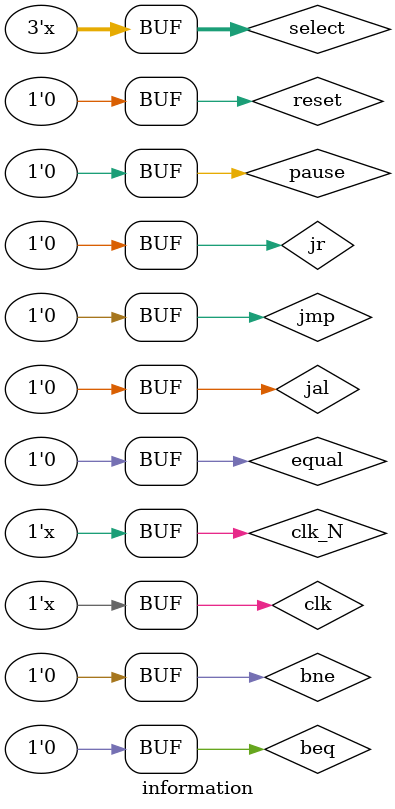
<source format=v>
`timescale 1ns / 1ps


module information(

    );
 
     reg clk;
     reg clk_N;
     reg pause;
     reg reset;
     reg jr;
     reg jal;
     reg jmp;
     
     reg beq;
     reg bne;
     reg equal;
     reg [2:0]select;  
     reg clk_T;
     reg [7:0]temp_counter;
     
   reg [7:0]display;
   reg [7:0]AN;

reg [3:0] decimalism_number[7:0];//Ê®½øÖÆÏÔÊ¾
wire [2:0]devide;
reg [31:0] number;  


wire [31:0]cycle_number;
wire [31:0]unconditional_branch_number;
wire [31:0]conditional_branch_number;
reg cout;

initial begin 
pause=0;
reset=0;
jr=0;
jal=0;
jmp=0;
beq=0;
bne=0;
equal=0;
select=0;
clk=0;
clk_N=0;
 clk_T=0;
temp_counter=0;
#1000 pause=1;
#1100 pause=0;
#1200 reset=1;
#1300 reset=0;
#1400 jmp=1;
#1500 jmp=0;
#1600 beq=1;
#1600 equal=1;
#1700 beq=0;
#1700 equal=0;
end

always #1 clk=~clk;
always #20 clk_N=~clk_N;
always #1000 select=select+1;


      

      






always @(posedge clk)begin
if(temp_counter==255)begin clk_T=~clk_T;temp_counter=0;end
else temp_counter=temp_counter+1;
end




always @(posedge clk_T)begin
  cout=0;
if((number&32'h0000000f)>9)
      begin
      decimalism_number[0]=(number&32'h0000000f)-10;
      cout=1;
      end
      else begin
      decimalism_number[0]=(number&32'h0000000f);
      cout=0;
      end
 if(((number&32'h000000f0)>>4+cout)>9)
      begin
      decimalism_number[1]=((number&32'h000000f0)>>4+cout)-10;
      cout=1;
      end
      else begin
      decimalism_number[1]=((number&32'h000000f0)>>4+cout);
      cout=0;
      end  
 if(((number&32'h00000f00)>>8+cout)>9)
       begin
       decimalism_number[2]=((number&32'h00000f00)>>8+cout)-10;
       cout=1;
       end
       else begin
       decimalism_number[2]=((number&32'h00000f00)>>8+cout);
       cout=0;
       end 
 if(((number&32'h0000f000)>>12+cout)>9)
       begin
       decimalism_number[3]=((number&32'h0000f000)>>12+cout)-10;
       cout=1;
       end
       else begin
       decimalism_number[3]=((number&32'h0000f000)>>12+cout);
       cout=0;
       end
 if(((number&32'h000f0000)>>16+cout)>9)
       begin
       decimalism_number[4]=((number&32'h000f0000)>>16+cout)-10;
       cout=1;
       end
       else begin
       decimalism_number[4]=((number&32'h000f0000)>>16+cout);
       cout=0;
       end
 if(((number&32'h00f00000)>>20+cout)>9)
       begin
       decimalism_number[5]=((number&32'h00f00000)>>20+cout)-10;
       cout=1;
       end
       else begin
       decimalism_number[5]=((number&32'h00f00000)>>20+cout);
       cout=0;
       end
 if(((number&32'h0f000000)>>24+cout)>9)
       begin
       decimalism_number[6]=((number&32'h0f000000)>>24+cout)-10;
       cout=1;
       end
       else begin
       decimalism_number[6]=((number&32'h0f000000)>>24+cout);
       cout=0;
       end       
 if(((number&32'hf0000000)>>28+cout)>9)
       begin
       decimalism_number[7]=((number&32'hf0000000)>>28+cout)-10;
       cout=1;
       end
       else begin
       decimalism_number[7]=((number&32'hf0000000)>>28+cout);
       cout=0;
       end  
 end
  
                      
 always @(posedge clk) begin  //Êä³öÐÅºÅÑ¡Ôñ
    case(select)
      3'h0: begin number=cycle_number; end
      3'h1: begin number=unconditional_branch_number; end
      3'h2: begin number=conditional_branch_number; end
      3'h3:begin end
    default:  number=0;
 endcase
 end
  
 always @(posedge clk) begin
    case(devide) 
    3'h0:begin
         AN=8'b01111111;
          case(decimalism_number[7])
              0: begin display = 8'h3f; end
              1: begin display = 8'h06; end
              2: begin display = 8'h5b; end
              3: begin display = 8'h4f; end
              4: begin display = 8'h66; end
              5: begin display = 8'h6d; end
              6: begin display = 8'h7d; end
              7: begin display = 8'h07; end
              8: begin display = 8'h7f; end
              9: begin display = 8'h6f; end
              default:  display = 8'h00;
           endcase
           end
       
     3'h1:begin
                AN=8'b10111111;
                 case(decimalism_number[6])
                     0: begin display = 8'h3f; end
                     1: begin display = 8'h06; end
                     2: begin display = 8'h5b; end
                     3: begin display = 8'h4f; end
                     4: begin display = 8'h66; end
                     5: begin display = 8'h6d; end
                     6: begin display = 8'h7d; end
                     7: begin display = 8'h07; end
                     8: begin display = 8'h7f; end
                     9: begin display = 8'h6f; end
                     default:  display = 8'h00;
                  endcase
                  end      

     3'h2:begin
                AN=8'b11011111;
                 case(decimalism_number[5])
                     0: begin display = 8'h3f; end
                     1: begin display = 8'h06; end
                     2: begin display = 8'h5b; end
                     3: begin display = 8'h4f; end
                     4: begin display = 8'h66; end
                     5: begin display = 8'h6d; end
                     6: begin display = 8'h7d; end
                     7: begin display = 8'h07; end
                     8: begin display = 8'h7f; end
                     9: begin display = 8'h6f; end
                     default:  display = 8'h00;
                  endcase
                  end   

     3'h3:begin
                AN=8'b11101111;
                 case(decimalism_number[4])
                     0: begin display = 8'h3f; end
                     1: begin display = 8'h06; end
                     2: begin display = 8'h5b; end
                     3: begin display = 8'h4f; end
                     4: begin display = 8'h66; end
                     5: begin display = 8'h6d; end
                     6: begin display = 8'h7d; end
                     7: begin display = 8'h07; end
                     8: begin display = 8'h7f; end
                     9: begin display = 8'h6f; end
                     default:  display = 8'h00;
                  endcase
                  end 

     3'h4:begin
                AN=8'b11110111;
                 case(decimalism_number[3])
                     0: begin display = 8'h3f; end
                     1: begin display = 8'h06; end
                     2: begin display = 8'h5b; end
                     3: begin display = 8'h4f; end
                     4: begin display = 8'h66; end
                     5: begin display = 8'h6d; end
                     6: begin display = 8'h7d; end
                     7: begin display = 8'h07; end
                     8: begin display = 8'h7f; end
                     9: begin display = 8'h6f; end
                     default:  display = 8'h00;
                  endcase
                  end                     
 
     3'h5:begin
                             AN=8'b11111011;
                              case(decimalism_number[2])
                                  0: begin display = 8'h3f; end
                                  1: begin display = 8'h06; end
                                  2: begin display = 8'h5b; end
                                  3: begin display = 8'h4f; end
                                  4: begin display = 8'h66; end
                                  5: begin display = 8'h6d; end
                                  6: begin display = 8'h7d; end
                                  7: begin display = 8'h07; end
                                  8: begin display = 8'h7f; end
                                  9: begin display = 8'h6f; end
                                  default:  display = 8'h00;
                               endcase
                               end 

     3'h6:begin
                             AN=8'b11111101;
                              case(decimalism_number[1])
                                  0: begin display = 8'h3f; end
                                  1: begin display = 8'h06; end
                                  2: begin display = 8'h5b; end
                                  3: begin display = 8'h4f; end
                                  4: begin display = 8'h66; end
                                  5: begin display = 8'h6d; end
                                  6: begin display = 8'h7d; end
                                  7: begin display = 8'h07; end
                                  8: begin display = 8'h7f; end
                                  9: begin display = 8'h6f; end
                                  default:  display = 8'h00;
                               endcase
                               end

     3'h7:begin
                             AN=8'b11111110;
                              case(decimalism_number[0])
                                  0: begin display = 8'h3f; end
                                  1: begin display = 8'h06; end
                                  2: begin display = 8'h5b; end
                                  3: begin display = 8'h4f; end
                                  4: begin display = 8'h66; end
                                  5: begin display = 8'h6d; end
                                  6: begin display = 8'h7d; end
                                  7: begin display = 8'h07; end
                                  8: begin display = 8'h7f; end
                                  9: begin display = 8'h6f; end
                                  default:  display = 8'h00;
                               endcase
                               end                               
       default:
       AN=8'b11111111;  
       endcase
       end
    
  
 eight_devide devide_1(clk,devide);
 Cycle_counter  counter_1(clk_N,pause,reset,cycle_number );
unconditional_branch_counter   counter_2(clk_N,pause,reset,jr,jal,jmp,unconditional_branch_number);
conditional_branch_counter     counter_3(clk_N,pause,reset,beq,bne,equal,conditional_branch_number);
    
 
    
    
endmodule

</source>
